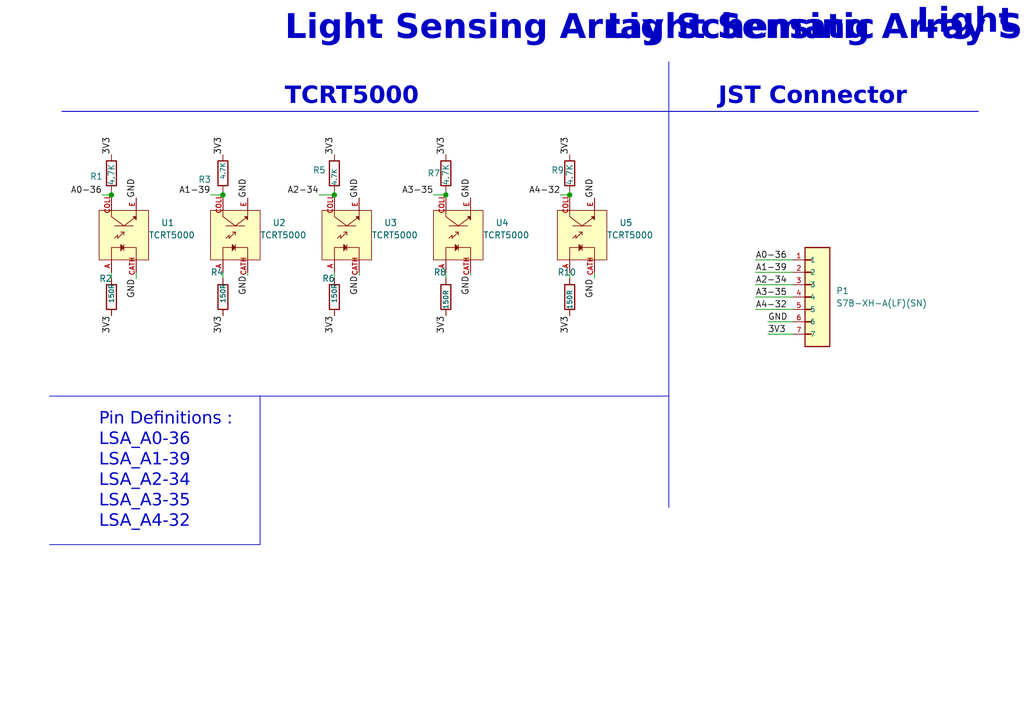
<source format=kicad_sch>
(kicad_sch (version 20230121) (generator eeschema)
  (paper "A5")
  (lib_symbols
    (symbol "Device:R" (pin_numbers hide) (pin_names (offset 0))
      (property "Reference" "R" (at 2.032 0 90))
      (property "Value" "R" (at 0 0 90))
      (symbol "R_0_1"
        (rectangle (start -1.016 -2.54) (end 1.016 2.54) (stroke (width 0.254)))
      )
      (symbol "R_1_1"
        (pin passive line (at 0 3.81 270) (length 1.27) (name "~") (number "1"))
        (pin passive line (at 0 -3.81 90) (length 1.27) (name "~") (number "2"))
      )
    )
    (symbol "IR:TCRT5000" (pin_names (offset 1.016))
      (property "Reference" "U" (at -5.0887 5.7248 0))
      (property "Value" "TCRT5000" (at -5.0838 -5.7193 0))
      (symbol "TCRT5000_0_0"
        (rectangle (start -5.08 -5.08) (end 5.08 5.08) (stroke (width 0.1524)) (fill (type background)))
        (polyline (pts (xy -5.08 2.54) (xy -2.54 2.54)) (stroke (width 0.1524)))
        (polyline (pts (xy -3.175 0) (xy -1.905 0)) (stroke (width 0.1524)))
        (polyline (pts (xy -2.54 -2.54) (xy -5.08 -2.54)) (stroke (width 0.1524)))
        (polyline (pts (xy -2.54 2.54) (xy -2.54 -2.54)) (stroke (width 0.1524)))
        (polyline (pts (xy -0.635 1.27) (xy 0.635 0)) (stroke (width 0.1524)))
        (polyline (pts (xy -0.635 1.905) (xy 0 1.27)) (stroke (width 0.1524)))
        (polyline (pts (xy 0 1.27) (xy -0.635 1.27)) (stroke (width 0.1524)))
        (polyline (pts (xy 0.635 0) (xy 0 0)) (stroke (width 0.1524)))
        (polyline (pts (xy 0.635 0.635) (xy 0.635 0)) (stroke (width 0.1524)))
        (polyline (pts (xy 1.905 0) (xy 1.905 -1.905)) (stroke (width 0.1524)))
        (polyline (pts (xy 1.905 0) (xy 3.81 -2.54)) (stroke (width 0.1524)))
        (polyline (pts (xy 1.905 0) (xy 3.81 2.54)) (stroke (width 0.1524)))
        (polyline (pts (xy 1.905 1.905) (xy 1.905 0)) (stroke (width 0.1524)))
        (polyline (pts (xy 3.81 -2.54) (xy 5.08 -2.54)) (stroke (width 0.1524)))
        (polyline (pts (xy 3.81 2.54) (xy 5.08 2.54)) (stroke (width 0.1524)))
        (polyline (pts (xy -3.175 0.635) (xy -1.905 0.635) (xy -2.54 0) (xy -3.175 0.635)) (stroke (width 0.1524)) (fill (type outline)))
        (polyline (pts (xy 3.175 -2.54) (xy 3.81 -2.54) (xy 3.81 -1.905) (xy 3.175 -2.54)) (stroke (width 0.1524)) (fill (type outline)))
        (pin passive line (at -7.62 2.54 0) (length 2.54) (name "~") (number "A"))
        (pin passive line (at -7.62 -2.54 0) (length 2.54) (name "~") (number "CATH"))
        (pin passive line (at 7.62 2.54 180) (length 2.54) (name "~") (number "COLL"))
        (pin passive line (at 7.62 -2.54 180) (length 2.54) (name "~") (number "E"))
      )
    )
    (symbol "JST Connector:S7B-XH-A(LF)(SN)" (pin_names (offset 1.016))
      (property "Reference" "P" (at -2.5421 10.6767 0))
      (property "Value" "S7B-XH-A(LF)(SN)" (at -2.5402 -12.7009 0))
      (symbol "S7B-XH-A(LF)(SN)_0_0"
        (rectangle (start -2.54 -10.16) (end 2.54 10.16) (stroke (width 0.254)) (fill (type background)))
        (polyline (pts (xy -2.54 -7.62) (xy -1.27 -7.62)) (stroke (width 0.3048)))
        (polyline (pts (xy -2.54 -5.08) (xy -1.27 -5.08)) (stroke (width 0.3048)))
        (polyline (pts (xy -2.54 -2.54) (xy -1.27 -2.54)) (stroke (width 0.3048)))
        (polyline (pts (xy -2.54 0) (xy -1.27 0)) (stroke (width 0.3048)))
        (polyline (pts (xy -2.54 2.54) (xy -1.27 2.54)) (stroke (width 0.3048)))
        (polyline (pts (xy -2.54 5.08) (xy -1.27 5.08)) (stroke (width 0.3048)))
        (polyline (pts (xy -2.54 7.62) (xy -1.27 7.62)) (stroke (width 0.3048)))
        (pin passive line (at -5.08 7.62 0) (length 2.54) (name "1") (number "1"))
        (pin passive line (at -5.08 5.08 0) (length 2.54) (name "2") (number "2"))
        (pin passive line (at -5.08 2.54 0) (length 2.54) (name "3") (number "3"))
        (pin passive line (at -5.08 0 0) (length 2.54) (name "4") (number "4"))
        (pin passive line (at -5.08 -2.54 0) (length 2.54) (name "5") (number "5"))
        (pin passive line (at -5.08 -5.08 0) (length 2.54) (name "6") (number "6"))
        (pin passive line (at -5.08 -7.62 0) (length 2.54) (name "7") (number "7"))
      )
    )
  )
  (junction (at 22.86 40.005))
  (junction (at 68.58 40.005))
  (junction (at 91.44 40.005))
  (junction (at 45.72 40.005))
  (junction (at 116.84 40.005))
  (polyline (pts (xy 53.34 81.28) (xy 53.34 81.28)))
  (wire (pts (xy 154.94 60.96) (xy 162.56 60.96)))
  (wire (pts (xy 22.86 40.005) (xy 22.86 40.64)))
  (wire (pts (xy 27.94 57.15) (xy 27.94 55.88)))
  (wire (pts (xy 65.405 40.005) (xy 68.58 40.005)))
  (wire (pts (xy 91.44 39.37) (xy 91.44 40.005)))
  (wire (pts (xy 45.72 39.37) (xy 45.72 40.005)))
  (polyline (pts (xy 137.16 104.14) (xy 137.16 12.7)))
  (wire (pts (xy 91.44 40.005) (xy 91.44 40.64)))
  (polyline (pts (xy 12.7 22.86) (xy 200.66 22.86)))
  (wire (pts (xy 68.58 39.37) (xy 68.58 40.005)))
  (wire (pts (xy 114.935 40.005) (xy 116.84 40.005)))
  (wire (pts (xy 50.8 56.515) (xy 50.8 55.88)))
  (polyline (pts (xy 53.34 111.76) (xy 10.16 111.76)))
  (wire (pts (xy 96.52 56.515) (xy 96.52 55.88)))
  (wire (pts (xy 157.48 68.58) (xy 162.56 68.58)))
  (wire (pts (xy 116.84 55.88) (xy 116.84 57.15)))
  (wire (pts (xy 154.94 53.34) (xy 162.56 53.34)))
  (wire (pts (xy 91.44 55.88) (xy 91.44 57.15)))
  (wire (pts (xy 22.86 39.37) (xy 22.86 40.005)))
  (wire (pts (xy 88.9 40.005) (xy 91.44 40.005)))
  (wire (pts (xy 68.58 40.005) (xy 68.58 40.64)))
  (wire (pts (xy 68.58 55.88) (xy 68.58 57.15)))
  (wire (pts (xy 157.48 66.04) (xy 162.56 66.04)))
  (wire (pts (xy 20.955 40.005) (xy 22.86 40.005)))
  (wire (pts (xy 45.72 40.005) (xy 45.72 40.64)))
  (polyline (pts (xy 12.7 22.86) (xy 200.66 22.86)))
  (wire (pts (xy 154.94 63.5) (xy 162.56 63.5)))
  (wire (pts (xy 116.84 39.37) (xy 116.84 40.005)))
  (wire (pts (xy 22.86 55.88) (xy 22.86 57.15)))
  (polyline (pts (xy 53.34 111.76) (xy 53.34 81.28)))
  (wire (pts (xy 116.84 40.005) (xy 116.84 40.64)))
  (wire (pts (xy 121.92 57.15) (xy 121.92 55.88)))
  (wire (pts (xy 154.94 58.42) (xy 162.56 58.42)))
  (wire (pts (xy 45.72 55.88) (xy 45.72 57.15)))
  (polyline (pts (xy 10.16 81.28) (xy 137.16 81.28)))
  (wire (pts (xy 73.66 56.515) (xy 73.66 55.88)))
  (wire (pts (xy 43.18 40.005) (xy 45.72 40.005)))
  (wire (pts (xy 154.94 55.88) (xy 162.56 55.88)))
  (text "JST Connector" (at 147.32 22.86 0) (effects (font (size 3.5 3.5) (thickness 0.6) bold) (justify left bottom)))
  (text "Light Sensing Array Schematic" (at 58.42 10.16 0) (effects (font (size 5 5) bold) (justify left bottom)))
  (text "TCRT5000" (at 58.42 22.86 0) (effects (font (size 3.5 3.5) (thickness 0.6) bold) (justify left bottom)))
  (text "Light Sensing Array Schematic" (at 124.46 10.16 0) (effects (font (size 5 5) (thickness 0.254) bold) (justify left bottom)))
  (text "Pin Definitions :\nLSA_A0-36\nLSA_A1-39\nLSA_A2-34\nLSA_A3-35\nLSA_A4-32" (at 20.32 109.22 0) (effects (font (size 2.5 2.5)) (justify left bottom)))
  (text "Light Sensing Array Schematic" (at 187.96 8.89 0) (effects (font (size 5 5) bold) (justify left bottom)))
  (label "A1-39" (at 154.94 55.88 0))
  (label "3V3" (at 68.58 31.75 90))
  (label "3V3" (at 91.44 31.75 90))
  (label "GND" (at 27.94 57.15 270))
  (label "A4-32" (at 154.94 63.5 0))
  (label "A4-32" (at 114.935 40.005 180))
  (label "GND" (at 121.92 57.15 270))
  (label "GND" (at 73.66 40.64 90))
  (label "3V3" (at 22.86 31.75 90))
  (label "GND" (at 157.48 66.04 0))
  (label "3V3" (at 116.84 31.75 90))
  (label "GND" (at 27.94 40.64 90))
  (label "A2-34" (at 65.405 40.005 180))
  (label "3V3" (at 45.72 64.77 270))
  (label "A1-39" (at 43.18 40.005 180))
  (label "3V3" (at 157.48 68.58 0))
  (label "A3-35" (at 154.94 60.96 0))
  (label "A2-34" (at 154.94 58.42 0))
  (label "GND" (at 96.52 40.64 90))
  (label "GND" (at 50.8 56.515 270))
  (label "3V3" (at 45.72 31.75 90))
  (label "GND" (at 121.92 40.64 90))
  (label "A0-36" (at 154.94 53.34 0))
  (label "GND" (at 73.66 56.515 270))
  (label "3V3" (at 116.84 64.77 270))
  (label "GND" (at 96.52 56.515 270))
  (label "3V3" (at 91.44 64.77 270))
  (label "3V3" (at 68.58 64.77 270))
  (label "3V3" (at 22.86 64.77 270))
  (label "GND" (at 50.8 40.64 90))
  (label "A0-36" (at 20.955 40.005 180))
  (label "A3-35" (at 88.9 40.005 180))
  (symbol (lib_id "Device:R") (at 22.86 60.96 0) (unit 1)
    (property "Reference" "R2" (at 20.32 57.15 0) (effects (justify left)))
    (property "Value" "150R" (at 22.86 62.23 90) (effects (font (size 1 1)) (justify left)))
    (property "Footprint" "Resistor_SMD:R_01005_0402Metric" (effects hide))
  )
  (symbol (lib_id "Device:R") (at 45.72 35.56 0) (unit 1)
    (property "Reference" "R3" (at 40.64 36.83 0) (effects (justify left)))
    (property "Value" "4.7K" (at 45.72 36.83 90) (effects (font (size 1 1)) (justify left)))
    (property "Footprint" "Resistor_SMD:R_01005_0402Metric" (effects hide))
  )
  (symbol (lib_id "Device:R") (at 22.86 35.56 0) (unit 1)
    (property "Reference" "R1" (at 18.415 36.195 0) (effects (justify left)))
    (property "Value" "4.7K" (at 22.86 38.1 90) (effects (justify left)))
    (property "Footprint" "Resistor_SMD:R_01005_0402Metric" (effects hide))
  )
  (symbol (lib_id "IR:TCRT5000") (at 25.4 48.26 90) (unit 1)
    (property "Reference" "U1" (at 33.02 45.72 90) (effects (justify right)))
    (property "Value" "TCRT5000" (at 30.48 48.26 90) (effects (justify right)))
    (property "Footprint" "IR:OPTO_TCRT5000" (effects hide))
    (property "MF" "Vishay" (effects hide))
    (property "MAXIMUM_PACKAGE_HEIGHT" "7.2mm" (effects hide))
    (property "Package" "TCRT5000 Vishay" (effects hide))
    (property "Price" "None" (effects hide))
    (property "Check_prices" "https://www.snapeda.com/parts/TCRT5000/Vishay+Semiconductor+Opto+Division/view-part/?ref=eda" (effects hide))
    (property "STANDARD" "Manufacturer recommendations" (effects hide))
    (property "PARTREV" "1.7" (effects hide))
    (property "SnapEDA_Link" "https://www.snapeda.com/parts/TCRT5000/Vishay+Semiconductor+Opto+Division/view-part/?ref=snap" (effects hide))
    (property "MP" "TCRT5000" (effects hide))
    (property "Purchase-URL" "https://pricing.snapeda.com/search?q=TCRT5000&ref=eda" (effects hide))
    (property "Description" "\nReflective Optical Sensor 0.591 (15mm) PCB Mount\n" (effects hide))
    (property "Availability" "In Stock" (effects hide))
    (property "MANUFACTURER" "Vishay" (effects hide))
  )
  (symbol (lib_id "Device:R") (at 91.44 60.96 0) (unit 1)
    (property "Reference" "R8" (at 88.9 55.88 0) (effects (justify left)))
    (property "Value" "150R" (at 91.44 63.5 90) (effects (font (size 1 1)) (justify left)))
    (property "Footprint" "Resistor_SMD:R_01005_0402Metric" (effects hide))
  )
  (symbol (lib_id "IR:TCRT5000") (at 93.98 48.26 90) (unit 1)
    (property "Reference" "U4" (at 101.6 45.72 90) (effects (justify right)))
    (property "Value" "TCRT5000" (at 99.06 48.26 90) (effects (justify right)))
    (property "Footprint" "IR:OPTO_TCRT5000" (effects hide))
    (property "MF" "Vishay" (effects hide))
    (property "MAXIMUM_PACKAGE_HEIGHT" "7.2mm" (effects hide))
    (property "Package" "TCRT5000 Vishay" (effects hide))
    (property "Price" "None" (effects hide))
    (property "Check_prices" "https://www.snapeda.com/parts/TCRT5000/Vishay+Semiconductor+Opto+Division/view-part/?ref=eda" (effects hide))
    (property "STANDARD" "Manufacturer recommendations" (effects hide))
    (property "PARTREV" "1.7" (effects hide))
    (property "SnapEDA_Link" "https://www.snapeda.com/parts/TCRT5000/Vishay+Semiconductor+Opto+Division/view-part/?ref=snap" (effects hide))
    (property "MP" "TCRT5000" (effects hide))
    (property "Purchase-URL" "https://pricing.snapeda.com/search?q=TCRT5000&ref=eda" (effects hide))
    (property "Description" "\nReflective Optical Sensor 0.591 (15mm) PCB Mount\n" (effects hide))
    (property "Availability" "In Stock" (effects hide))
    (property "MANUFACTURER" "Vishay" (effects hide))
  )
  (symbol (lib_id "Device:R") (at 68.58 35.56 0) (unit 1)
    (property "Reference" "R5" (at 64.135 34.925 0) (effects (justify left)))
    (property "Value" "4.7K" (at 68.58 38.1 90) (effects (font (size 1 1)) (justify left)))
    (property "Footprint" "Resistor_SMD:R_01005_0402Metric" (effects hide))
  )
  (symbol (lib_id "Device:R") (at 116.84 60.96 0) (unit 1)
    (property "Reference" "R10" (at 114.3 55.88 0) (effects (justify left)))
    (property "Value" "150R" (at 116.84 63.5 90) (effects (font (size 1 1)) (justify left)))
    (property "Footprint" "Resistor_SMD:R_01005_0402Metric" (effects hide))
  )
  (symbol (lib_id "Device:R") (at 68.58 60.96 0) (unit 1)
    (property "Reference" "R6" (at 66.04 57.15 0) (effects (justify left)))
    (property "Value" "150R" (at 68.58 62.23 90) (effects (font (size 1 1)) (justify left)))
    (property "Footprint" "Resistor_SMD:R_01005_0402Metric" (effects hide))
  )
  (symbol (lib_id "IR:TCRT5000") (at 71.12 48.26 90) (unit 1)
    (property "Reference" "U3" (at 78.74 45.72 90) (effects (justify right)))
    (property "Value" "TCRT5000" (at 76.2 48.26 90) (effects (justify right)))
    (property "Footprint" "IR:OPTO_TCRT5000" (effects hide))
    (property "MF" "Vishay" (effects hide))
    (property "MAXIMUM_PACKAGE_HEIGHT" "7.2mm" (effects hide))
    (property "Package" "TCRT5000 Vishay" (effects hide))
    (property "Price" "None" (effects hide))
    (property "Check_prices" "https://www.snapeda.com/parts/TCRT5000/Vishay+Semiconductor+Opto+Division/view-part/?ref=eda" (effects hide))
    (property "STANDARD" "Manufacturer recommendations" (effects hide))
    (property "PARTREV" "1.7" (effects hide))
    (property "SnapEDA_Link" "https://www.snapeda.com/parts/TCRT5000/Vishay+Semiconductor+Opto+Division/view-part/?ref=snap" (effects hide))
    (property "MP" "TCRT5000" (effects hide))
    (property "Purchase-URL" "https://pricing.snapeda.com/search?q=TCRT5000&ref=eda" (effects hide))
    (property "Description" "\nReflective Optical Sensor 0.591 (15mm) PCB Mount\n" (effects hide))
    (property "Availability" "In Stock" (effects hide))
    (property "MANUFACTURER" "Vishay" (effects hide))
  )
  (symbol (lib_id "Device:R") (at 116.84 35.56 0) (unit 1)
    (property "Reference" "R9" (at 113.03 34.925 0) (effects (justify left)))
    (property "Value" "4.7K" (at 116.84 38.1 90) (effects (justify left)))
    (property "Footprint" "Resistor_SMD:R_01005_0402Metric" (effects hide))
  )
  (symbol (lib_id "JST Connector:S7B-XH-A(LF)(SN)") (at 167.64 60.96 0) (unit 1)
    (property "Reference" "P1" (at 171.45 59.69 0) (effects (justify left)))
    (property "Value" "S7B-XH-A(LF)(SN)" (at 171.45 62.23 0) (effects (justify left)))
    (property "Footprint" "JST Connector:JST_S7B-XH-A(LF)(SN)" (effects hide))
    (property "MF" "JST Sales" (effects hide))
    (property "Description" "\nConnector Header Through Hole, Right Angle 7 position 0.098 (2.50mm)\n" (effects hide))
    (property "Package" "None" (effects hide))
    (property "Price" "None" (effects hide))
    (property "Check_prices" "https://www.snapeda.com/parts/S7B-XH-A(LF)(SN)/JST+Sales+America+Inc./view-part/?ref=eda" (effects hide))
    (property "STANDARD" "Manufacter recommendations" (effects hide))
    (property "PARTREV" "P" (effects hide))
    (property "SnapEDA_Link" "https://www.snapeda.com/parts/S7B-XH-A(LF)(SN)/JST+Sales+America+Inc./view-part/?ref=snap" (effects hide))
    (property "MP" "S7B-XH-A(LF)(SN)" (effects hide))
    (property "Availability" "In Stock" (effects hide))
    (property "MANUFACTURER" "JST" (effects hide))
  )
  (symbol (lib_id "Device:R") (at 91.44 35.56 0) (unit 1)
    (property "Reference" "R7" (at 87.63 35.56 0) (effects (justify left)))
    (property "Value" "4.7K" (at 91.44 38.1 90) (effects (justify left)))
    (property "Footprint" "Resistor_SMD:R_01005_0402Metric" (effects hide))
  )
  (symbol (lib_id "Device:R") (at 45.72 60.96 0) (unit 1)
    (property "Reference" "R4" (at 43.18 55.88 0) (effects (justify left)))
    (property "Value" "150R" (at 45.72 62.23 90) (effects (font (size 1 1)) (justify left)))
    (property "Footprint" "Resistor_SMD:R_01005_0402Metric" (effects hide))
  )
  (symbol (lib_id "IR:TCRT5000") (at 119.38 48.26 90) (unit 1)
    (property "Reference" "U5" (at 127 45.72 90) (effects (justify right)))
    (property "Value" "TCRT5000" (at 124.46 48.26 90) (effects (justify right)))
    (property "Footprint" "IR:OPTO_TCRT5000" (effects hide))
    (property "MF" "Vishay" (effects hide))
    (property "MAXIMUM_PACKAGE_HEIGHT" "7.2mm" (effects hide))
    (property "Package" "TCRT5000 Vishay" (effects hide))
    (property "Price" "None" (effects hide))
    (property "Check_prices" "https://www.snapeda.com/parts/TCRT5000/Vishay+Semiconductor+Opto+Division/view-part/?ref=eda" (effects hide))
    (property "STANDARD" "Manufacturer recommendations" (effects hide))
    (property "PARTREV" "1.7" (effects hide))
    (property "SnapEDA_Link" "https://www.snapeda.com/parts/TCRT5000/Vishay+Semiconductor+Opto+Division/view-part/?ref=snap" (effects hide))
    (property "MP" "TCRT5000" (effects hide))
    (property "Purchase-URL" "https://pricing.snapeda.com/search?q=TCRT5000&ref=eda" (effects hide))
    (property "Description" "\nReflective Optical Sensor 0.591 (15mm) PCB Mount\n" (effects hide))
    (property "Availability" "In Stock" (effects hide))
    (property "MANUFACTURER" "Vishay" (effects hide))
  )
  (symbol (lib_id "IR:TCRT5000") (at 48.26 48.26 90) (unit 1)
    (property "Reference" "U2" (at 55.88 45.72 90) (effects (justify right)))
    (property "Value" "TCRT5000" (at 53.34 48.26 90) (effects (justify right)))
    (property "Footprint" "IR:OPTO_TCRT5000" (effects hide))
    (property "MF" "Vishay" (effects hide))
    (property "MAXIMUM_PACKAGE_HEIGHT" "7.2mm" (effects hide))
    (property "Package" "TCRT5000 Vishay" (effects hide))
    (property "Price" "None" (effects hide))
    (property "Check_prices" "https://www.snapeda.com/parts/TCRT5000/Vishay+Semiconductor+Opto+Division/view-part/?ref=eda" (effects hide))
    (property "STANDARD" "Manufacturer recommendations" (effects hide))
    (property "PARTREV" "1.7" (effects hide))
    (property "SnapEDA_Link" "https://www.snapeda.com/parts/TCRT5000/Vishay+Semiconductor+Opto+Division/view-part/?ref=snap" (effects hide))
    (property "MP" "TCRT5000" (effects hide))
    (property "Purchase-URL" "https://pricing.snapeda.com/search?q=TCRT5000&ref=eda" (effects hide))
    (property "Description" "\nReflective Optical Sensor 0.591 (15mm) PCB Mount\n" (effects hide))
    (property "Availability" "In Stock" (effects hide))
    (property "MANUFACTURER" "Vishay" (effects hide))
  )
)
</source>
